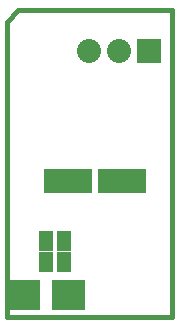
<source format=gts>
G04 (created by PCBNEW-RS274X (2012-apr-16-27)-stable) date Wed 23 Oct 2013 00:02:43 BST*
G01*
G70*
G90*
%MOIN*%
G04 Gerber Fmt 3.4, Leading zero omitted, Abs format*
%FSLAX34Y34*%
G04 APERTURE LIST*
%ADD10C,0.020000*%
%ADD11C,0.015000*%
%ADD12R,0.045000X0.065000*%
%ADD13R,0.059400X0.098700*%
%ADD14R,0.080000X0.080000*%
%ADD15C,0.080000*%
%ADD16R,0.161700X0.083000*%
G04 APERTURE END LIST*
G54D10*
G54D11*
X05947Y-00073D02*
X05947Y10163D01*
X00435Y-00073D02*
X00435Y09770D01*
X00829Y10163D02*
X05947Y10163D01*
X00435Y09770D02*
X00828Y10163D01*
X00435Y-00073D02*
X05947Y-00073D01*
G54D12*
X01750Y02450D03*
X02350Y02450D03*
X01750Y01750D03*
X02350Y01750D03*
G54D13*
X02750Y00650D03*
X02250Y00650D03*
X01250Y00650D03*
X00750Y00650D03*
G54D14*
X05175Y08785D03*
G54D15*
X04175Y08785D03*
X03175Y08785D03*
G54D16*
X04288Y04455D03*
X02488Y04455D03*
M02*

</source>
